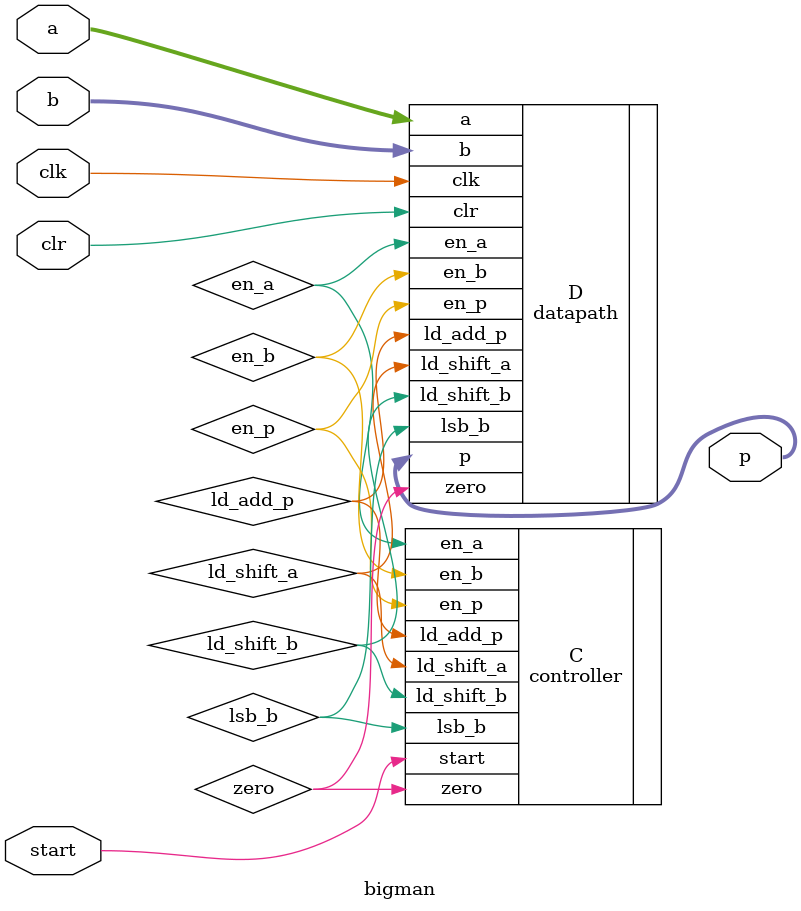
<source format=v>
module bigman (
   input clk,
   input clr,  
   input start,
   input [3:0] a,
   input [3:0] b,
   output [7:0] p
);

   wire en_a, en_b, en_p, ld_add_p, ld_shift_a, ld_shift_b;
   wire zero, lsb_b;

   datapath D (
      .clk(clk),
      .clr(clr),
      .en_a(en_a),
      .en_b(en_b),
      .en_p(en_p),
      .ld_add_p(ld_add_p),
      .ld_shift_a(ld_shift_a),
      .ld_shift_b(ld_shift_b),
      .a(a),
      .b(b),
      .p(p),
      .zero(zero),
      .lsb_b(lsb_b)
   );

   controller C (
  
     .en_a(en_a),
      .en_b(en_b),
      .en_p(en_p),
      .ld_add_p(ld_add_p),
      .ld_shift_a(ld_shift_a),
      .ld_shift_b(ld_shift_b),
      .start(start),
      .zero(zero),
      .lsb_b(lsb_b) 
   );
   
endmodule
</source>
